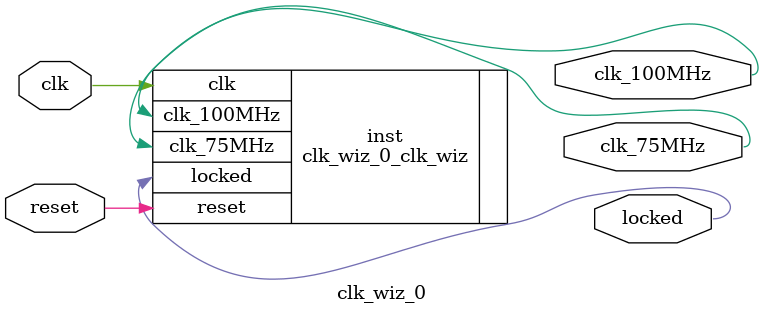
<source format=v>



`timescale 1ps/1ps

(* CORE_GENERATION_INFO = "clk_wiz_0,clk_wiz_v6_0_3_0_0,{component_name=clk_wiz_0,use_phase_alignment=true,use_min_o_jitter=false,use_max_i_jitter=false,use_dyn_phase_shift=false,use_inclk_switchover=false,use_dyn_reconfig=false,enable_axi=0,feedback_source=FDBK_AUTO,PRIMITIVE=MMCM,num_out_clk=2,clkin1_period=10.000,clkin2_period=10.000,use_power_down=false,use_reset=true,use_locked=true,use_inclk_stopped=false,feedback_type=SINGLE,CLOCK_MGR_TYPE=NA,manual_override=false}" *)

module clk_wiz_0 
 (
  // Clock out ports
  output        clk_100MHz,
  output        clk_75MHz,
  // Status and control signals
  input         reset,
  output        locked,
 // Clock in ports
  input         clk
 );

  clk_wiz_0_clk_wiz inst
  (
  // Clock out ports  
  .clk_100MHz(clk_100MHz),
  .clk_75MHz(clk_75MHz),
  // Status and control signals               
  .reset(reset), 
  .locked(locked),
 // Clock in ports
  .clk(clk)
  );

endmodule
</source>
